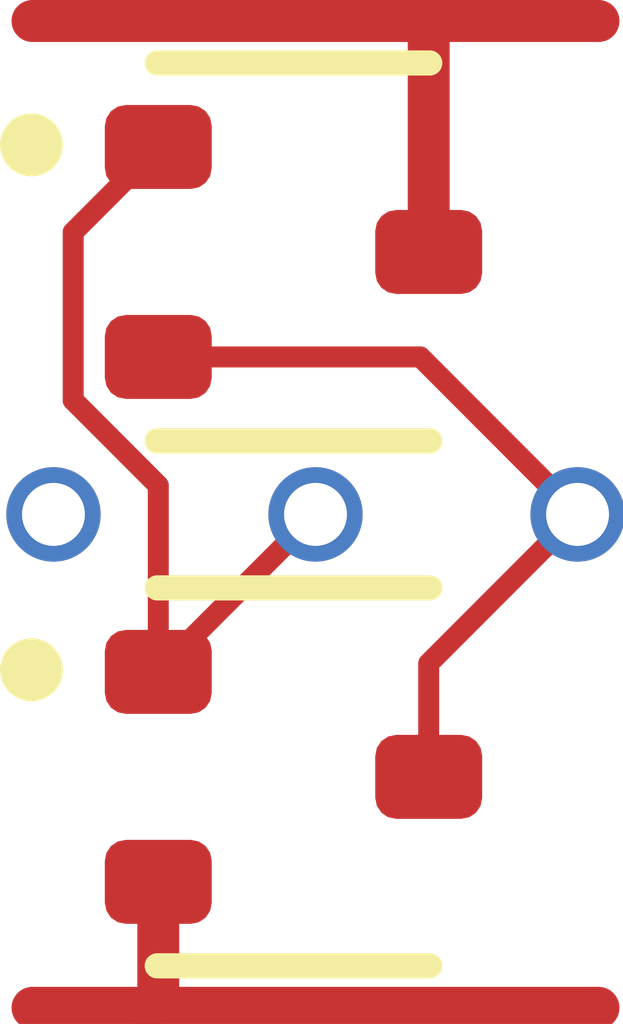
<source format=kicad_pcb>
(kicad_pcb (version 20241229) (generator "pcbnew") (generator_version "9.0")
  (layers (0 "F.Cu" signal) (2 "B.Cu" signal) (13 "F.Paste" user) (15 "B.Paste" user) (5 "F.SilkS" user "F.Silkscreen") (7 "B.SilkS" user "B.Silkscreen") (1 "F.Mask" user) (3 "B.Mask" user) (25 "Edge.Cuts" user))
  (net 0 "")
  (net 1 "Y")
  (net 2 "GND")
  (net 3 "A")
  (net 4 "VDD")
  (footprint "Package_TO_SOT_SMD:SOT-523" (layer "F.Cu") (at 1.145 1.05)
    (property "Reference" "P1" (hide yes))
    (property "Value" "Q_PJFET_GSD" (hide yes))
    (fp_line (start 0.65 -0.9) (end -0.65 -0.9) (stroke (width 0.12)) (layer "F.SilkS"))
    (fp_line (start 0.65 0.9) (end -0.65 0.9) (stroke (width 0.12)) (layer "F.SilkS"))
    (fp_circle (center -1.25 -0.51) (end -1.1 -0.51) (fill yes) (layer "F.SilkS"))
    (pad "1" smd roundrect (at -0.645 -0.5 180) (size 0.51 0.4) (layers "F.Cu" "F.Mask" "F.Paste") (net 3 "A"))
    (pad "2" smd roundrect (at -0.645 0.5 180) (size 0.51 0.4) (layers "F.Cu" "F.Mask" "F.Paste") (net 1 "Y"))
    (pad "3" smd roundrect (at 0.645 0 180) (size 0.51 0.4) (layers "F.Cu" "F.Mask" "F.Paste") (net 4 "VDD"))
  )
  (footprint "Package_TO_SOT_SMD:SOT-523" (layer "F.Cu") (at 1.145 3.55)
    (property "Reference" "N1" (hide yes))
    (property "Value" "Q_NJFET_GSD" (hide yes))
    (fp_line (start 0.65 -0.9) (end -0.65 -0.9) (stroke (width 0.12)) (layer "F.SilkS"))
    (fp_line (start 0.65 0.9) (end -0.65 0.9) (stroke (width 0.12)) (layer "F.SilkS"))
    (fp_circle (center -1.25 -0.51) (end -1.1 -0.51) (fill yes) (layer "F.SilkS"))
    (pad "1" smd roundrect (at -0.645 -0.5 180) (size 0.51 0.4) (layers "F.Cu" "F.Mask" "F.Paste") (net 3 "A"))
    (pad "2" smd roundrect (at -0.645 0.5 180) (size 0.51 0.4) (layers "F.Cu" "F.Mask" "F.Paste") (net 2 "GND"))
    (pad "3" smd roundrect (at 0.645 0 180) (size 0.51 0.4) (layers "F.Cu" "F.Mask" "F.Paste") (net 1 "Y"))
  )
  (via (at 0 2.3) (size 0.45) (drill 0.3) (layers "F.Cu" "B.Cu") (net 0))
  (segment (start 1.75 1.55) (end 2.5 2.3) (width 0.1) (layer "F.Cu") (net 1))
  (segment (start 1.79 3.01) (end 1.79 3.55) (width 0.1) (layer "F.Cu") (net 1))
  (segment (start 2.5 2.3) (end 1.79 3.01) (width 0.1) (layer "F.Cu") (net 1))
  (segment (start 0.5 1.55) (end 1.75 1.55) (width 0.1) (layer "F.Cu") (net 1))
  (via (at 2.5 2.3) (size 0.45) (drill 0.3) (layers "F.Cu" "B.Cu") (net 1))
  (segment (start -0.1 4.65) (end 0.45 4.65) (width 0.2) (layer "F.Cu") (net 2))
  (segment (start 0.5 4.6) (end 0.5 4.05) (width 0.2) (layer "F.Cu") (net 2))
  (segment (start 0.45 4.65) (end 2.6 4.65) (width 0.2) (layer "F.Cu") (net 2))
  (segment (start 0.45 4.65) (end 0.5 4.6) (width 0.2) (layer "F.Cu") (net 2))
  (segment (start 0.094 0.956) (end 0.094 1.756189) (width 0.1) (layer "F.Cu") (net 3))
  (segment (start 0.5 3.05) (end 1.25 2.3) (width 0.1) (layer "F.Cu") (net 3))
  (segment (start 0.5 0.55) (end 0.094 0.956) (width 0.1) (layer "F.Cu") (net 3))
  (segment (start 0.094 1.756189) (end 0.5 2.162189) (width 0.1) (layer "F.Cu") (net 3))
  (segment (start 0.5 2.162189) (end 0.5 3.05) (width 0.1) (layer "F.Cu") (net 3))
  (via (at 1.25 2.3) (size 0.45) (drill 0.3) (layers "F.Cu" "B.Cu") (net 3))
  (segment (start 1.79 1.05) (end 1.79 0.01) (width 0.2) (layer "F.Cu") (net 4))
  (segment (start 2.6 -0.05) (end -0.1 -0.05) (width 0.2) (layer "F.Cu") (net 4))
  (segment (start 1.79 0.01) (end 1.8 0) (width 0.1) (layer "F.Cu") (net 4))
)
</source>
